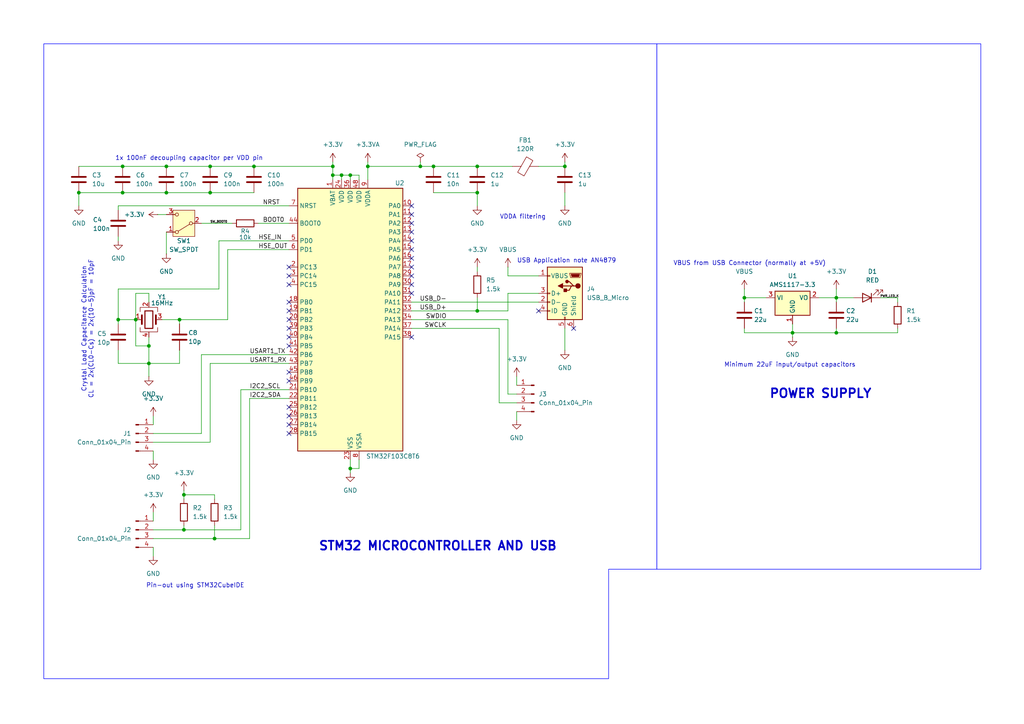
<source format=kicad_sch>
(kicad_sch (version 20250114) (generator "eeschema") (generator_version "9.0")
  (paper "A4")
  (title_block (title "STM32F103C8T6 PCB") (date "2025-10-03") (rev "0.1") (company "UTKARSH KUMAR"))
  (lib_symbols
    (symbol "Connector:Conn_01x04_Pin" (pin_names (offset 1.016) (hide yes))
      (property "Reference" "J" (at 0 5.08 0))
      (property "Value" "Conn_01x04_Pin" (at 0 -7.62 0))
      (symbol "Conn_01x04_Pin_1_1"
        (rectangle (start 0.8636 2.667) (end 0 2.413) (stroke (width 0.1524)) (fill (type outline)))
        (rectangle (start 0.8636 0.127) (end 0 -0.127) (stroke (width 0.1524)) (fill (type outline)))
        (rectangle (start 0.8636 -2.413) (end 0 -2.667) (stroke (width 0.1524)) (fill (type outline)))
        (rectangle (start 0.8636 -4.953) (end 0 -5.207) (stroke (width 0.1524)) (fill (type outline)))
        (polyline (pts (xy 1.27 2.54) (xy 0.8636 2.54)) (stroke (width 0.1524)))
        (polyline (pts (xy 1.27 0) (xy 0.8636 0)) (stroke (width 0.1524)))
        (polyline (pts (xy 1.27 -2.54) (xy 0.8636 -2.54)) (stroke (width 0.1524)))
        (polyline (pts (xy 1.27 -5.08) (xy 0.8636 -5.08)) (stroke (width 0.1524)))
        (pin passive line (at 5.08 2.54 180) (length 3.81) (name "Pin_1") (number "1"))
        (pin passive line (at 5.08 0 180) (length 3.81) (name "Pin_2") (number "2"))
        (pin passive line (at 5.08 -2.54 180) (length 3.81) (name "Pin_3") (number "3"))
        (pin passive line (at 5.08 -5.08 180) (length 3.81) (name "Pin_4") (number "4"))
      )
    )
    (symbol "Connector:USB_B_Micro" (pin_names (offset 1.016))
      (property "Reference" "J" (at -5.08 11.43 0))
      (property "Value" "USB_B_Micro" (at -5.08 8.89 0))
      (symbol "USB_B_Micro_0_1"
        (rectangle (start -5.08 -7.62) (end 5.08 7.62) (stroke (width 0.254)) (fill (type background)))
        (polyline (pts (xy -4.699 5.842) (xy -4.699 5.588) (xy -4.445 4.826) (xy -4.445 4.572) (xy -1.651 4.572) (xy -1.651 4.826) (xy -1.397 5.588) (xy -1.397 5.842) (xy -4.699 5.842)))
        (polyline (pts (xy -4.318 5.588) (xy -1.778 5.588) (xy -2.032 4.826) (xy -4.064 4.826) (xy -4.318 5.588)) (fill (type outline)))
        (circle (center -3.81 2.159) (radius 0.635) (stroke (width 0.254)) (fill (type outline)))
        (polyline (pts (xy -3.175 2.159) (xy -2.54 2.159) (xy -1.27 3.429) (xy -0.635 3.429)) (stroke (width 0.254)))
        (polyline (pts (xy -2.54 2.159) (xy -1.905 2.159) (xy -1.27 0.889) (xy 0 0.889)) (stroke (width 0.254)))
        (polyline (pts (xy -1.905 2.159) (xy 0.635 2.159)) (stroke (width 0.254)))
        (circle (center -0.635 3.429) (radius 0.381) (stroke (width 0.254)) (fill (type outline)))
        (rectangle (start -0.127 -7.62) (end 0.127 -6.858))
        (rectangle (start 0.254 1.27) (end -0.508 0.508) (stroke (width 0.254)) (fill (type outline)))
        (polyline (pts (xy 0.635 2.794) (xy 0.635 1.524) (xy 1.905 2.159) (xy 0.635 2.794)) (stroke (width 0.254)) (fill (type outline)))
        (rectangle (start 5.08 4.953) (end 4.318 5.207))
        (rectangle (start 5.08 -0.127) (end 4.318 0.127))
        (rectangle (start 5.08 -2.667) (end 4.318 -2.413))
        (rectangle (start 5.08 -5.207) (end 4.318 -4.953))
      )
      (symbol "USB_B_Micro_1_1"
        (pin passive line (at -2.54 -10.16 90) (length 2.54) (name "Shield") (number "6"))
        (pin power_out line (at 0 -10.16 90) (length 2.54) (name "GND") (number "5"))
        (pin power_out line (at 7.62 5.08 180) (length 2.54) (name "VBUS") (number "1"))
        (pin bidirectional line (at 7.62 0 180) (length 2.54) (name "D+") (number "3"))
        (pin bidirectional line (at 7.62 -2.54 180) (length 2.54) (name "D-") (number "2"))
        (pin passive line (at 7.62 -5.08 180) (length 2.54) (name "ID") (number "4"))
      )
    )
    (symbol "Device:C" (pin_numbers (hide yes)) (pin_names (offset 0.254))
      (property "Reference" "C" (at 0.635 2.54 0))
      (property "Value" "C" (at 0.635 -2.54 0))
      (symbol "C_0_1"
        (polyline (pts (xy -2.032 0.762) (xy 2.032 0.762)) (stroke (width 0.508)))
        (polyline (pts (xy -2.032 -0.762) (xy 2.032 -0.762)) (stroke (width 0.508)))
      )
      (symbol "C_1_1"
        (pin passive line (at 0 3.81 270) (length 2.794) (name "~") (number "1"))
        (pin passive line (at 0 -3.81 90) (length 2.794) (name "~") (number "2"))
      )
    )
    (symbol "Device:Crystal_GND24" (pin_names (offset 1.016) (hide yes))
      (property "Reference" "Y" (at 3.175 5.08 0))
      (property "Value" "Crystal_GND24" (at 3.175 3.175 0))
      (symbol "Crystal_GND24_0_1"
        (polyline (pts (xy -2.54 2.286) (xy -2.54 3.556) (xy 2.54 3.556) (xy 2.54 2.286)))
        (polyline (pts (xy -2.54 0) (xy -2.032 0)))
        (polyline (pts (xy -2.54 -2.286) (xy -2.54 -3.556) (xy 2.54 -3.556) (xy 2.54 -2.286)))
        (polyline (pts (xy -2.032 -1.27) (xy -2.032 1.27)) (stroke (width 0.508)))
        (rectangle (start -1.143 2.54) (end 1.143 -2.54) (stroke (width 0.3048)))
        (polyline (pts (xy 0 3.556) (xy 0 3.81)))
        (polyline (pts (xy 0 -3.81) (xy 0 -3.556)))
        (polyline (pts (xy 2.032 0) (xy 2.54 0)))
        (polyline (pts (xy 2.032 -1.27) (xy 2.032 1.27)) (stroke (width 0.508)))
      )
      (symbol "Crystal_GND24_1_1"
        (pin passive line (at -3.81 0 0) (length 1.27) (name "1") (number "1"))
        (pin passive line (at 0 5.08 270) (length 1.27) (name "2") (number "2"))
        (pin passive line (at 0 -5.08 90) (length 1.27) (name "4") (number "4"))
        (pin passive line (at 3.81 0 180) (length 1.27) (name "3") (number "3"))
      )
    )
    (symbol "Device:FerriteBead" (pin_numbers (hide yes)) (pin_names (offset 0))
      (property "Reference" "FB" (at -3.81 0.635 90))
      (property "Value" "FerriteBead" (at 3.81 0 90))
      (symbol "FerriteBead_0_1"
        (polyline (pts (xy -2.7686 0.4064) (xy -1.7018 2.2606) (xy 2.7686 -0.3048) (xy 1.6764 -2.159) (xy -2.7686 0.4064)))
        (polyline (pts (xy 0 1.27) (xy 0 1.2954)))
        (polyline (pts (xy 0 -1.27) (xy 0 -1.2192)))
      )
      (symbol "FerriteBead_1_1"
        (pin passive line (at 0 3.81 270) (length 2.54) (name "~") (number "1"))
        (pin passive line (at 0 -3.81 90) (length 2.54) (name "~") (number "2"))
      )
    )
    (symbol "Device:LED" (pin_numbers (hide yes)) (pin_names (offset 1.016) (hide yes))
      (property "Reference" "D" (at 0 2.54 0))
      (property "Value" "LED" (at 0 -2.54 0))
      (symbol "LED_0_1"
        (polyline (pts (xy -3.048 -0.762) (xy -4.572 -2.286) (xy -3.81 -2.286) (xy -4.572 -2.286) (xy -4.572 -1.524)))
        (polyline (pts (xy -1.778 -0.762) (xy -3.302 -2.286) (xy -2.54 -2.286) (xy -3.302 -2.286) (xy -3.302 -1.524)))
        (polyline (pts (xy -1.27 0) (xy 1.27 0)))
        (polyline (pts (xy -1.27 -1.27) (xy -1.27 1.27)) (stroke (width 0.254)))
        (polyline (pts (xy 1.27 -1.27) (xy 1.27 1.27) (xy -1.27 0) (xy 1.27 -1.27)) (stroke (width 0.254)))
      )
      (symbol "LED_1_1"
        (pin passive line (at -3.81 0 0) (length 2.54) (name "K") (number "1"))
        (pin passive line (at 3.81 0 180) (length 2.54) (name "A") (number "2"))
      )
    )
    (symbol "Device:R" (pin_numbers (hide yes)) (pin_names (offset 0))
      (property "Reference" "R" (at 2.032 0 90))
      (property "Value" "R" (at 0 0 90))
      (symbol "R_0_1"
        (rectangle (start -1.016 -2.54) (end 1.016 2.54) (stroke (width 0.254)))
      )
      (symbol "R_1_1"
        (pin passive line (at 0 3.81 270) (length 1.27) (name "~") (number "1"))
        (pin passive line (at 0 -3.81 90) (length 1.27) (name "~") (number "2"))
      )
    )
    (symbol "MCU_ST_STM32F1:STM32F103C8Tx"
      (property "Reference" "U" (at -15.24 39.37 0))
      (property "Value" "STM32F103C8Tx" (at 7.62 39.37 0))
      (symbol "STM32F103C8Tx_0_1"
        (rectangle (start -15.24 -38.1) (end 15.24 38.1) (stroke (width 0.254)) (fill (type background)))
      )
      (symbol "STM32F103C8Tx_1_1"
        (pin input line (at -17.78 33.02 0) (length 2.54) (name "NRST") (number "7"))
        (pin input line (at -17.78 27.94 0) (length 2.54) (name "BOOT0") (number "44"))
        (pin bidirectional line (at -17.78 22.86 0) (length 2.54) (name "PD0") (number "5"))
        (pin bidirectional line (at -17.78 20.32 0) (length 2.54) (name "PD1") (number "6"))
        (pin bidirectional line (at -17.78 15.24 0) (length 2.54) (name "PC13") (number "2"))
        (pin bidirectional line (at -17.78 12.7 0) (length 2.54) (name "PC14") (number "3"))
        (pin bidirectional line (at -17.78 10.16 0) (length 2.54) (name "PC15") (number "4"))
        (pin bidirectional line (at -17.78 5.08 0) (length 2.54) (name "PB0") (number "18"))
        (pin bidirectional line (at -17.78 2.54 0) (length 2.54) (name "PB1") (number "19"))
        (pin bidirectional line (at -17.78 0 0) (length 2.54) (name "PB2") (number "20"))
        (pin bidirectional line (at -17.78 -2.54 0) (length 2.54) (name "PB3") (number "39"))
        (pin bidirectional line (at -17.78 -5.08 0) (length 2.54) (name "PB4") (number "40"))
        (pin bidirectional line (at -17.78 -7.62 0) (length 2.54) (name "PB5") (number "41"))
        (pin bidirectional line (at -17.78 -10.16 0) (length 2.54) (name "PB6") (number "42"))
        (pin bidirectional line (at -17.78 -12.7 0) (length 2.54) (name "PB7") (number "43"))
        (pin bidirectional line (at -17.78 -15.24 0) (length 2.54) (name "PB8") (number "45"))
        (pin bidirectional line (at -17.78 -17.78 0) (length 2.54) (name "PB9") (number "46"))
        (pin bidirectional line (at -17.78 -20.32 0) (length 2.54) (name "PB10") (number "21"))
        (pin bidirectional line (at -17.78 -22.86 0) (length 2.54) (name "PB11") (number "22"))
        (pin bidirectional line (at -17.78 -25.4 0) (length 2.54) (name "PB12") (number "25"))
        (pin bidirectional line (at -17.78 -27.94 0) (length 2.54) (name "PB13") (number "26"))
        (pin bidirectional line (at -17.78 -30.48 0) (length 2.54) (name "PB14") (number "27"))
        (pin bidirectional line (at -17.78 -33.02 0) (length 2.54) (name "PB15") (number "28"))
        (pin power_in line (at -5.08 40.64 270) (length 2.54) (name "VBAT") (number "1"))
        (pin power_in line (at -2.54 40.64 270) (length 2.54) (name "VDD") (number "24"))
        (pin power_in line (at 0 40.64 270) (length 2.54) (name "VDD") (number "36"))
        (pin power_in line (at 0 -40.64 90) (length 2.54) (name "VSS") (number "23"))
        (pin passive line (at 0 -40.64 90) (length 2.54) (hide yes) (name "VSS") (number "35"))
        (pin passive line (at 0 -40.64 90) (length 2.54) (hide yes) (name "VSS") (number "47"))
        (pin power_in line (at 2.54 40.64 270) (length 2.54) (name "VDD") (number "48"))
        (pin power_in line (at 2.54 -40.64 90) (length 2.54) (name "VSSA") (number "8"))
        (pin power_in line (at 5.08 40.64 270) (length 2.54) (name "VDDA") (number "9"))
        (pin bidirectional line (at 17.78 33.02 180) (length 2.54) (name "PA0") (number "10"))
        (pin bidirectional line (at 17.78 30.48 180) (length 2.54) (name "PA1") (number "11"))
        (pin bidirectional line (at 17.78 27.94 180) (length 2.54) (name "PA2") (number "12"))
        (pin bidirectional line (at 17.78 25.4 180) (length 2.54) (name "PA3") (number "13"))
        (pin bidirectional line (at 17.78 22.86 180) (length 2.54) (name "PA4") (number "14"))
        (pin bidirectional line (at 17.78 20.32 180) (length 2.54) (name "PA5") (number "15"))
        (pin bidirectional line (at 17.78 17.78 180) (length 2.54) (name "PA6") (number "16"))
        (pin bidirectional line (at 17.78 15.24 180) (length 2.54) (name "PA7") (number "17"))
        (pin bidirectional line (at 17.78 12.7 180) (length 2.54) (name "PA8") (number "29"))
        (pin bidirectional line (at 17.78 10.16 180) (length 2.54) (name "PA9") (number "30"))
        (pin bidirectional line (at 17.78 7.62 180) (length 2.54) (name "PA10") (number "31"))
        (pin bidirectional line (at 17.78 5.08 180) (length 2.54) (name "PA11") (number "32"))
        (pin bidirectional line (at 17.78 2.54 180) (length 2.54) (name "PA12") (number "33"))
        (pin bidirectional line (at 17.78 0 180) (length 2.54) (name "PA13") (number "34"))
        (pin bidirectional line (at 17.78 -2.54 180) (length 2.54) (name "PA14") (number "37"))
        (pin bidirectional line (at 17.78 -5.08 180) (length 2.54) (name "PA15") (number "38"))
      )
    )
    (symbol "Regulator_Linear:AMS1117-3.3"
      (property "Reference" "U" (at -3.81 3.175 0))
      (property "Value" "AMS1117-3.3" (at 0 3.175 0))
      (symbol "AMS1117-3.3_0_1"
        (rectangle (start -5.08 -5.08) (end 5.08 1.905) (stroke (width 0.254)) (fill (type background)))
      )
      (symbol "AMS1117-3.3_1_1"
        (pin power_in line (at -7.62 0 0) (length 2.54) (name "VI") (number "3"))
        (pin power_in line (at 0 -7.62 90) (length 2.54) (name "GND") (number "1"))
        (pin power_out line (at 7.62 0 180) (length 2.54) (name "VO") (number "2"))
      )
    )
    (symbol "Switch:SW_SPDT" (pin_names (offset 0) (hide yes))
      (property "Reference" "SW" (at 0 5.08 0))
      (property "Value" "SW_SPDT" (at 0 -5.08 0))
      (symbol "SW_SPDT_0_1"
        (circle (center -2.032 0) (radius 0.4572))
        (polyline (pts (xy -1.651 0.254) (xy 1.651 2.286)))
        (circle (center 2.032 2.54) (radius 0.4572))
        (circle (center 2.032 -2.54) (radius 0.4572))
      )
      (symbol "SW_SPDT_1_1"
        (rectangle (start -3.175 3.81) (end 3.175 -3.81) (fill (type background)))
        (pin passive line (at -5.08 0 0) (length 2.54) (name "B") (number "2"))
        (pin passive line (at 5.08 2.54 180) (length 2.54) (name "A") (number "1"))
        (pin passive line (at 5.08 -2.54 180) (length 2.54) (name "C") (number "3"))
      )
    )
    (symbol "power:+3.3V" (power) (pin_numbers (hide yes)) (pin_names (offset 0) (hide yes))
      (property "Value" "+3.3V" (at 0 3.556 0))
      (symbol "+3.3V_0_1"
        (polyline (pts (xy -0.762 1.27) (xy 0 2.54)))
        (polyline (pts (xy 0 2.54) (xy 0.762 1.27)))
        (polyline (pts (xy 0 0) (xy 0 2.54)))
      )
      (symbol "+3.3V_1_1"
        (pin power_in line (at 0 0 90) (length 0) (name "~") (number "1"))
      )
    )
    (symbol "power:GND" (power) (pin_numbers (hide yes)) (pin_names (offset 0) (hide yes))
      (property "Value" "GND" (at 0 -3.81 0))
      (symbol "GND_0_1"
        (polyline (pts (xy 0 0) (xy 0 -1.27) (xy 1.27 -1.27) (xy 0 -2.54) (xy -1.27 -1.27) (xy 0 -1.27)))
      )
      (symbol "GND_1_1"
        (pin power_in line (at 0 0 270) (length 0) (name "~") (number "1"))
      )
    )
    (symbol "power:PWR_FLAG" (power) (pin_numbers (hide yes)) (pin_names (offset 0) (hide yes))
      (property "Value" "PWR_FLAG" (at 0 3.81 0))
      (symbol "PWR_FLAG_0_0"
        (pin power_out line (at 0 0 90) (length 0) (name "~") (number "1"))
      )
      (symbol "PWR_FLAG_0_1"
        (polyline (pts (xy 0 0) (xy 0 1.27) (xy -1.016 1.905) (xy 0 2.54) (xy 1.016 1.905) (xy 0 1.27)))
      )
    )
    (symbol "power:VBUS" (power) (pin_numbers (hide yes)) (pin_names (offset 0) (hide yes))
      (property "Value" "VBUS" (at 0 3.556 0))
      (symbol "VBUS_0_1"
        (polyline (pts (xy -0.762 1.27) (xy 0 2.54)))
        (polyline (pts (xy 0 2.54) (xy 0.762 1.27)))
        (polyline (pts (xy 0 0) (xy 0 2.54)))
      )
      (symbol "VBUS_1_1"
        (pin power_in line (at 0 0 90) (length 0) (name "~") (number "1"))
      )
    )
  )
  (text "Pin-out using STM32CubeIDE" (at 56.642 169.926 0) (effects (font (size 1.27 1.27))))
  (text "VBUS from USB Connector (normally at +5V)" (at 217.424 76.454 0) (effects (font (size 1.27 1.27))))
  (text "VDDA filtering" (at 151.638 62.992 0) (effects (font (size 1.27 1.27))))
  (text "USB Application note AN4879" (at 164.338 75.692 0) (effects (font (size 1.27 1.27))))
  (text "Minimum 22uF input/output capacitors" (at 229.108 105.918 0) (effects (font (size 1.27 1.27))))
  (text "Crystal Load Capacitance Calculation\nCL = 2x(CL0-Cs) = 2x(10-5)pF = 10pF" (at 25.4 95.504 90) (effects (font (size 1.27 1.27))))
  (text "POWER SUPPLY" (at 237.998 114.3 0) (effects (font (size 2.54 2.54) (thickness 0.508) (bold yes))))
  (text "1x 100nF decoupling capacitor per VDD pin" (at 54.864 45.974 0) (effects (font (size 1.27 1.27))))
  (text "STM32 MICROCONTROLLER AND USB" (at 127 158.496 0) (effects (font (size 2.54 2.54) (thickness 0.508) (bold yes))))
  (junction (at 43.18 100.33))
  (junction (at 34.29 92.71))
  (junction (at 242.57 96.52))
  (junction (at 163.83 48.26))
  (junction (at 106.68 48.26))
  (junction (at 96.52 48.26))
  (junction (at 73.66 48.26))
  (junction (at 101.6 135.89))
  (junction (at 53.34 153.67))
  (junction (at 22.86 55.88))
  (junction (at 138.43 55.88))
  (junction (at 43.18 105.41))
  (junction (at 60.96 55.88))
  (junction (at 35.56 55.88))
  (junction (at 101.6 50.8))
  (junction (at 62.23 156.21))
  (junction (at 121.92 48.26))
  (junction (at 229.87 96.52))
  (junction (at 52.07 92.71))
  (junction (at 35.56 48.26))
  (junction (at 242.57 86.36))
  (junction (at 96.52 50.8))
  (junction (at 99.06 50.8))
  (junction (at 39.37 92.71))
  (junction (at 138.43 90.17))
  (junction (at 215.9 86.36))
  (junction (at 138.43 48.26))
  (junction (at 53.34 143.51))
  (junction (at 60.96 48.26))
  (junction (at 125.73 48.26))
  (junction (at 48.26 48.26))
  (junction (at 48.26 55.88))
  (no_connect (at 83.82 80.01))
  (no_connect (at 83.82 123.19))
  (no_connect (at 83.82 120.65))
  (no_connect (at 119.38 74.93))
  (no_connect (at 83.82 77.47))
  (no_connect (at 119.38 67.31))
  (no_connect (at 83.82 118.11))
  (no_connect (at 83.82 82.55))
  (no_connect (at 83.82 110.49))
  (no_connect (at 119.38 82.55))
  (no_connect (at 83.82 90.17))
  (no_connect (at 119.38 80.01))
  (no_connect (at 166.37 95.25))
  (no_connect (at 119.38 97.79))
  (no_connect (at 83.82 95.25))
  (no_connect (at 119.38 85.09))
  (no_connect (at 119.38 77.47))
  (no_connect (at 83.82 92.71))
  (no_connect (at 119.38 59.69))
  (no_connect (at 119.38 64.77))
  (no_connect (at 83.82 107.95))
  (no_connect (at 83.82 97.79))
  (no_connect (at 156.21 90.17))
  (no_connect (at 119.38 72.39))
  (no_connect (at 83.82 125.73))
  (no_connect (at 83.82 87.63))
  (no_connect (at 119.38 69.85))
  (no_connect (at 83.82 100.33))
  (no_connect (at 119.38 62.23))
  (wire (pts (xy 60.96 105.41) (xy 83.82 105.41)))
  (wire (pts (xy 125.73 55.88) (xy 138.43 55.88)))
  (wire (pts (xy 138.43 77.47) (xy 138.43 78.74)))
  (wire (pts (xy 104.14 135.89) (xy 101.6 135.89)))
  (wire (pts (xy 106.68 48.26) (xy 106.68 52.07)))
  (wire (pts (xy 106.68 48.26) (xy 121.92 48.26)))
  (wire (pts (xy 66.04 92.71) (xy 66.04 72.39)))
  (wire (pts (xy 149.86 109.22) (xy 149.86 111.76)))
  (wire (pts (xy 72.39 115.57) (xy 83.82 115.57)))
  (wire (pts (xy 43.18 97.79) (xy 43.18 100.33)))
  (wire (pts (xy 44.45 153.67) (xy 53.34 153.67)))
  (wire (pts (xy 60.96 105.41) (xy 60.96 128.27)))
  (wire (pts (xy 242.57 96.52) (xy 229.87 96.52)))
  (wire (pts (xy 62.23 152.4) (xy 62.23 156.21)))
  (wire (pts (xy 44.45 148.59) (xy 44.45 151.13)))
  (wire (pts (xy 58.42 102.87) (xy 83.82 102.87)))
  (wire (pts (xy 119.38 92.71) (xy 147.32 92.71)))
  (wire (pts (xy 147.32 77.47) (xy 147.32 80.01)))
  (wire (pts (xy 44.45 128.27) (xy 60.96 128.27)))
  (wire (pts (xy 242.57 86.36) (xy 237.49 86.36)))
  (wire (pts (xy 63.5 83.82) (xy 63.5 69.85)))
  (wire (pts (xy 156.21 48.26) (xy 163.83 48.26)))
  (wire (pts (xy 163.83 46.99) (xy 163.83 48.26)))
  (wire (pts (xy 69.85 113.03) (xy 83.82 113.03)))
  (wire (pts (xy 39.37 100.33) (xy 43.18 100.33)))
  (wire (pts (xy 43.18 100.33) (xy 43.18 105.41)))
  (wire (pts (xy 43.18 105.41) (xy 52.07 105.41)))
  (wire (pts (xy 66.04 92.71) (xy 52.07 92.71)))
  (wire (pts (xy 215.9 83.82) (xy 215.9 86.36)))
  (wire (pts (xy 163.83 95.25) (xy 163.83 101.6)))
  (wire (pts (xy 34.29 59.69) (xy 83.82 59.69)))
  (wire (pts (xy 73.66 48.26) (xy 96.52 48.26)))
  (wire (pts (xy 147.32 85.09) (xy 147.32 90.17)))
  (wire (pts (xy 242.57 87.63) (xy 242.57 86.36)))
  (wire (pts (xy 215.9 86.36) (xy 215.9 87.63)))
  (wire (pts (xy 156.21 85.09) (xy 147.32 85.09)))
  (wire (pts (xy 63.5 69.85) (xy 83.82 69.85)))
  (wire (pts (xy 43.18 85.09) (xy 39.37 85.09)))
  (wire (pts (xy 35.56 48.26) (xy 48.26 48.26)))
  (wire (pts (xy 144.78 116.84) (xy 149.86 116.84)))
  (wire (pts (xy 43.18 87.63) (xy 43.18 85.09)))
  (wire (pts (xy 242.57 86.36) (xy 247.65 86.36)))
  (wire (pts (xy 52.07 105.41) (xy 52.07 101.6)))
  (wire (pts (xy 44.45 130.81) (xy 44.45 133.35)))
  (wire (pts (xy 34.29 101.6) (xy 34.29 105.41)))
  (wire (pts (xy 96.52 48.26) (xy 96.52 50.8)))
  (wire (pts (xy 48.26 55.88) (xy 60.96 55.88)))
  (wire (pts (xy 35.56 55.88) (xy 48.26 55.88)))
  (wire (pts (xy 58.42 64.77) (xy 67.31 64.77)))
  (wire (pts (xy 104.14 50.8) (xy 101.6 50.8)))
  (wire (pts (xy 101.6 133.35) (xy 101.6 135.89)))
  (wire (pts (xy 96.52 50.8) (xy 96.52 52.07)))
  (wire (pts (xy 101.6 135.89) (xy 101.6 137.16)))
  (wire (pts (xy 260.35 96.52) (xy 242.57 96.52)))
  (wire (pts (xy 147.32 80.01) (xy 156.21 80.01)))
  (wire (pts (xy 149.86 114.3) (xy 147.32 114.3)))
  (wire (pts (xy 22.86 48.26) (xy 35.56 48.26)))
  (wire (pts (xy 229.87 93.98) (xy 229.87 96.52)))
  (wire (pts (xy 34.29 83.82) (xy 63.5 83.82)))
  (wire (pts (xy 99.06 52.07) (xy 99.06 50.8)))
  (wire (pts (xy 44.45 120.65) (xy 44.45 123.19)))
  (wire (pts (xy 121.92 46.99) (xy 121.92 48.26)))
  (wire (pts (xy 62.23 143.51) (xy 53.34 143.51)))
  (wire (pts (xy 44.45 158.75) (xy 44.45 161.29)))
  (wire (pts (xy 34.29 60.96) (xy 34.29 59.69)))
  (wire (pts (xy 44.45 156.21) (xy 62.23 156.21)))
  (wire (pts (xy 44.45 125.73) (xy 58.42 125.73)))
  (wire (pts (xy 45.72 62.23) (xy 48.26 62.23)))
  (wire (pts (xy 60.96 48.26) (xy 73.66 48.26)))
  (wire (pts (xy 99.06 50.8) (xy 96.52 50.8)))
  (wire (pts (xy 163.83 55.88) (xy 163.83 59.69)))
  (wire (pts (xy 104.14 133.35) (xy 104.14 135.89)))
  (wire (pts (xy 60.96 55.88) (xy 73.66 55.88)))
  (wire (pts (xy 106.68 46.99) (xy 106.68 48.26)))
  (wire (pts (xy 138.43 48.26) (xy 148.59 48.26)))
  (wire (pts (xy 72.39 156.21) (xy 72.39 115.57)))
  (wire (pts (xy 260.35 86.36) (xy 260.35 87.63)))
  (wire (pts (xy 22.86 55.88) (xy 22.86 59.69)))
  (wire (pts (xy 39.37 85.09) (xy 39.37 92.71)))
  (wire (pts (xy 34.29 92.71) (xy 34.29 83.82)))
  (wire (pts (xy 52.07 93.98) (xy 52.07 92.71)))
  (wire (pts (xy 53.34 153.67) (xy 69.85 153.67)))
  (wire (pts (xy 242.57 83.82) (xy 242.57 86.36)))
  (wire (pts (xy 48.26 67.31) (xy 48.26 73.66)))
  (wire (pts (xy 58.42 102.87) (xy 58.42 125.73)))
  (wire (pts (xy 260.35 95.25) (xy 260.35 96.52)))
  (wire (pts (xy 138.43 90.17) (xy 147.32 90.17)))
  (wire (pts (xy 48.26 48.26) (xy 60.96 48.26)))
  (wire (pts (xy 215.9 96.52) (xy 229.87 96.52)))
  (wire (pts (xy 121.92 48.26) (xy 125.73 48.26)))
  (wire (pts (xy 144.78 116.84) (xy 144.78 95.25)))
  (wire (pts (xy 104.14 52.07) (xy 104.14 50.8)))
  (wire (pts (xy 62.23 156.21) (xy 72.39 156.21)))
  (wire (pts (xy 22.86 55.88) (xy 35.56 55.88)))
  (wire (pts (xy 147.32 114.3) (xy 147.32 92.71)))
  (wire (pts (xy 69.85 113.03) (xy 69.85 153.67)))
  (wire (pts (xy 149.86 119.38) (xy 149.86 121.92)))
  (wire (pts (xy 119.38 95.25) (xy 144.78 95.25)))
  (wire (pts (xy 34.29 93.98) (xy 34.29 92.71)))
  (wire (pts (xy 215.9 95.25) (xy 215.9 96.52)))
  (wire (pts (xy 53.34 152.4) (xy 53.34 153.67)))
  (wire (pts (xy 229.87 96.52) (xy 229.87 97.79)))
  (wire (pts (xy 101.6 50.8) (xy 99.06 50.8)))
  (wire (pts (xy 53.34 142.24) (xy 53.34 143.51)))
  (wire (pts (xy 34.29 68.58) (xy 34.29 69.85)))
  (wire (pts (xy 125.73 48.26) (xy 138.43 48.26)))
  (wire (pts (xy 222.25 86.36) (xy 215.9 86.36)))
  (wire (pts (xy 53.34 143.51) (xy 53.34 144.78)))
  (wire (pts (xy 39.37 92.71) (xy 39.37 100.33)))
  (wire (pts (xy 96.52 46.99) (xy 96.52 48.26)))
  (wire (pts (xy 138.43 55.88) (xy 138.43 59.69)))
  (wire (pts (xy 46.99 92.71) (xy 52.07 92.71)))
  (wire (pts (xy 34.29 92.71) (xy 39.37 92.71)))
  (wire (pts (xy 138.43 86.36) (xy 138.43 90.17)))
  (wire (pts (xy 43.18 105.41) (xy 43.18 109.22)))
  (wire (pts (xy 74.93 64.77) (xy 83.82 64.77)))
  (wire (pts (xy 255.27 86.36) (xy 260.35 86.36)))
  (wire (pts (xy 119.38 87.63) (xy 156.21 87.63)))
  (wire (pts (xy 34.29 105.41) (xy 43.18 105.41)))
  (wire (pts (xy 119.38 90.17) (xy 138.43 90.17)))
  (wire (pts (xy 101.6 52.07) (xy 101.6 50.8)))
  (wire (pts (xy 62.23 144.78) (xy 62.23 143.51)))
  (wire (pts (xy 242.57 95.25) (xy 242.57 96.52)))
  (wire (pts (xy 66.04 72.39) (xy 83.82 72.39)))
  (label "PWR_LED_K" (at 255.27 86.36 0) (effects (font (size 0.63 0.63))))
  (label "USART1_TX" (at 72.39 102.87 0))
  (label "HSE_IN" (at 74.93 69.85 0))
  (label "BOOT0" (at 76.2 64.77 0))
  (label "I2C2_SCL" (at 72.39 113.03 0))
  (label "SW_BOOT0" (at 60.96 64.77 0) (effects (font (size 0.63 0.63))))
  (label "I2C2_SDA" (at 72.39 115.57 0))
  (label "USART1_RX" (at 72.39 105.41 0))
  (label "SWCLK" (at 129.54 95.25 180))
  (label "USB_D+" (at 129.54 90.17 180))
  (label "USB_D-" (at 129.54 87.63 180))
  (label "HSE_OUT" (at 74.93 72.39 0))
  (label "NRST" (at 76.2 59.69 0))
  (label "SWDIO" (at 129.54 92.71 180))
  (rule_area (polyline (pts (xy 190.5 165.1) (xy 284.48 165.1) (xy 284.48 12.7) (xy 190.5 12.7)) (stroke (width 0) (color 0 0 255 1))))
  (rule_area (polyline (pts (xy 12.7 196.85) (xy 176.53 196.85) (xy 176.53 165.1) (xy 190.5 165.1) (xy 190.5 12.7) (xy 12.7 12.7)) (stroke (width 0) (color 0 0 255 1))))
  (symbol (lib_id "Device:R") (at 62.23 148.59 0) (unit 1)
    (property "Reference" "R3" (at 64.77 147.3199 0) (effects (justify left)))
    (property "Value" "1.5k" (at 64.77 149.8599 0) (effects (justify left)))
    (property "Footprint" "Resistor_SMD:R_0402_1005Metric" (effects (hide yes)))
    (property "Description" "Resistor" (effects (hide yes)))
  )
  (symbol (lib_id "power:+3.3V") (at 149.86 109.22 0) (unit 1)
    (property "Reference" "#PWR020" (effects (hide yes)))
    (property "Value" "+3.3V" (at 149.86 104.14 0))
    (property "Description" "Power symbol creates a global label with name \"+3.3V\"" (effects (hide yes)))
  )
  (symbol (lib_id "Device:C") (at 73.66 52.07 0) (unit 1)
    (property "Reference" "C10" (at 77.47 50.7999 0) (effects (justify left)))
    (property "Value" "100n" (at 77.47 53.3399 0) (effects (justify left)))
    (property "Footprint" "Capacitor_SMD:C_0402_1005Metric" (effects (hide yes)))
    (property "Description" "Unpolarized capacitor" (effects (hide yes)))
  )
  (symbol (lib_id "Device:C") (at 52.07 97.79 0) (unit 1)
    (property "Reference" "C8" (at 54.61 96.52 0) (effects (justify left)))
    (property "Value" "10p" (at 54.61 99.06 0) (effects (justify left)))
    (property "Footprint" "Capacitor_SMD:C_0402_1005Metric" (effects (hide yes)))
    (property "Description" "Unpolarized capacitor" (effects (hide yes)))
  )
  (symbol (lib_id "power:GND") (at 138.43 59.69 0) (unit 1)
    (property "Reference" "#PWR017" (effects (hide yes)))
    (property "Value" "GND" (at 138.43 64.77 0))
    (property "Description" "Power symbol creates a global label with name \"GND\" , ground" (effects (hide yes)))
  )
  (symbol (lib_id "power:GND") (at 229.87 97.79 0) (unit 1)
    (property "Reference" "#PWR02" (effects (hide yes)))
    (property "Value" "GND" (at 229.87 102.87 0))
    (property "Description" "Power symbol creates a global label with name \"GND\" , ground" (effects (hide yes)))
  )
  (symbol (lib_id "Connector:Conn_01x04_Pin") (at 154.94 114.3 0) (mirror y) (unit 1)
    (property "Reference" "J3" (at 156.21 114.2999 0) (effects (justify right)))
    (property "Value" "Conn_01x04_Pin" (at 156.21 116.8399 0) (effects (justify right)))
    (property "Footprint" "Connector_PinHeader_2.54mm:PinHeader_1x04_P2.54mm_Vertical" (effects (hide yes)))
    (property "Description" "Generic connector, single row, 01x04, script generated" (effects (hide yes)))
  )
  (symbol (lib_id "power:GND") (at 101.6 137.16 0) (unit 1)
    (property "Reference" "#PWR015" (effects (hide yes)))
    (property "Value" "GND" (at 101.6 142.24 0))
    (property "Description" "Power symbol creates a global label with name \"GND\" , ground" (effects (hide yes)))
  )
  (symbol (lib_id "power:+3.3V") (at 106.68 46.99 0) (unit 1)
    (property "Reference" "#PWR016" (effects (hide yes)))
    (property "Value" "+3.3VA" (at 106.68 41.91 0))
    (property "Description" "Power symbol creates a global label with name \"+3.3V\"" (effects (hide yes)))
  )
  (symbol (lib_id "Device:R") (at 260.35 91.44 0) (unit 1)
    (property "Reference" "R1" (at 262.89 90.1699 0) (effects (justify left)))
    (property "Value" "1.5k" (at 262.89 92.7099 0) (effects (justify left)))
    (property "Footprint" "Resistor_SMD:R_0402_1005Metric" (effects (hide yes)))
    (property "Description" "Resistor" (effects (hide yes)))
  )
  (symbol (lib_id "MCU_ST_STM32F1:STM32F103C8Tx") (at 101.6 92.71 0) (unit 1)
    (property "Reference" "U2" (at 114.554 53.086 0) (effects (justify left)))
    (property "Value" "STM32F103C8T6" (at 106.172 132.334 0) (effects (justify left)))
    (property "Footprint" "Package_QFP:LQFP-48_7x7mm_P0.5mm" (effects (hide yes)))
    (property "Datasheet" "https://www.st.com/resource/en/datasheet/stm32f103c8.pdf" (effects (hide yes)))
    (property "Description" "STMicroelectronics Arm Cortex-M3 MCU, 64KB flash, 20KB RAM, 72 MHz, 2.0-3.6V, 37 GPIO, LQFP48" (effects (hide yes)))
  )
  (symbol (lib_id "Device:R") (at 53.34 148.59 0) (unit 1)
    (property "Reference" "R2" (at 55.88 147.3199 0) (effects (justify left)))
    (property "Value" "1.5k" (at 55.88 149.8599 0) (effects (justify left)))
    (property "Footprint" "Resistor_SMD:R_0402_1005Metric" (effects (hide yes)))
    (property "Description" "Resistor" (effects (hide yes)))
  )
  (symbol (lib_id "Connector:USB_B_Micro") (at 163.83 85.09 0) (mirror y) (unit 1)
    (property "Reference" "J4" (at 170.18 83.8199 0) (effects (justify right)))
    (property "Value" "USB_B_Micro" (at 170.18 86.3599 0) (effects (justify right)))
    (property "Footprint" "Connector_USB:USB_Micro-B_Wuerth_629105150521" (effects (hide yes)))
    (property "Description" "USB Micro Type B connector" (effects (hide yes)))
  )
  (symbol (lib_id "power:+3.3V") (at 242.57 83.82 0) (unit 1)
    (property "Reference" "#PWR03" (effects (hide yes)))
    (property "Value" "+3.3V" (at 242.57 78.74 0))
    (property "Description" "Power symbol creates a global label with name \"+3.3V\"" (effects (hide yes)))
  )
  (symbol (lib_id "power:+3.3V") (at 45.72 62.23 90) (unit 1)
    (property "Reference" "#PWR011" (effects (hide yes)))
    (property "Value" "+3.3V" (at 41.91 62.2299 90) (effects (justify left)))
    (property "Description" "Power symbol creates a global label with name \"+3.3V\"" (effects (hide yes)))
  )
  (symbol (lib_id "power:GND") (at 163.83 59.69 0) (unit 1)
    (property "Reference" "#PWR023" (effects (hide yes)))
    (property "Value" "GND" (at 163.83 64.77 0))
    (property "Description" "Power symbol creates a global label with name \"GND\" , ground" (effects (hide yes)))
  )
  (symbol (lib_id "Device:Crystal_GND24") (at 43.18 92.71 0) (unit 1)
    (property "Reference" "Y1" (at 46.99 86.106 0))
    (property "Value" "16MHz" (at 46.99 87.884 0))
    (property "Footprint" "Crystal:Crystal_SMD_3225-4Pin_3.2x2.5mm" (effects (hide yes)))
    (property "Description" "Four pin crystal, GND on pins 2 and 4" (effects (hide yes)))
  )
  (symbol (lib_id "Device:C") (at 138.43 52.07 0) (unit 1)
    (property "Reference" "C12" (at 142.24 50.7999 0) (effects (justify left)))
    (property "Value" "1u" (at 142.24 53.3399 0) (effects (justify left)))
    (property "Footprint" "Capacitor_SMD:C_0402_1005Metric" (effects (hide yes)))
    (property "Description" "Unpolarized capacitor" (effects (hide yes)))
  )
  (symbol (lib_id "Device:C") (at 22.86 52.07 0) (unit 1)
    (property "Reference" "C3" (at 26.67 50.7999 0) (effects (justify left)))
    (property "Value" "10u" (at 26.67 53.3399 0) (effects (justify left)))
    (property "Footprint" "Capacitor_SMD:C_0603_1608Metric" (effects (hide yes)))
    (property "Description" "Unpolarized capacitor" (effects (hide yes)))
  )
  (symbol (lib_id "power:+3.3V") (at 138.43 77.47 0) (unit 1)
    (property "Reference" "#PWR018" (effects (hide yes)))
    (property "Value" "+3.3V" (at 138.43 72.39 0))
    (property "Description" "Power symbol creates a global label with name \"+3.3V\"" (effects (hide yes)))
  )
  (symbol (lib_id "Device:C") (at 60.96 52.07 0) (unit 1)
    (property "Reference" "C9" (at 64.77 50.7999 0) (effects (justify left)))
    (property "Value" "100n" (at 64.77 53.3399 0) (effects (justify left)))
    (property "Footprint" "Capacitor_SMD:C_0402_1005Metric" (effects (hide yes)))
    (property "Description" "Unpolarized capacitor" (effects (hide yes)))
  )
  (symbol (lib_id "Device:C") (at 34.29 64.77 0) (unit 1)
    (property "Reference" "C4" (at 26.924 63.754 0) (effects (justify left)))
    (property "Value" "100n" (at 26.924 66.294 0) (effects (justify left)))
    (property "Footprint" "Capacitor_SMD:C_0402_1005Metric" (effects (hide yes)))
    (property "Description" "Unpolarized capacitor" (effects (hide yes)))
  )
  (symbol (lib_id "power:GND") (at 22.86 59.69 0) (unit 1)
    (property "Reference" "#PWR04" (effects (hide yes)))
    (property "Value" "GND" (at 22.86 64.77 0))
    (property "Description" "Power symbol creates a global label with name \"GND\" , ground" (effects (hide yes)))
  )
  (symbol (lib_id "Device:R") (at 71.12 64.77 90) (unit 1)
    (property "Reference" "R4" (at 71.12 67.056 90))
    (property "Value" "10k" (at 71.12 68.834 90))
    (property "Footprint" "Resistor_SMD:R_0402_1005Metric" (effects (hide yes)))
    (property "Description" "Resistor" (effects (hide yes)))
  )
  (symbol (lib_id "power:+3.3V") (at 44.45 120.65 0) (unit 1)
    (property "Reference" "#PWR07" (effects (hide yes)))
    (property "Value" "+3.3V" (at 44.45 115.57 0))
    (property "Description" "Power symbol creates a global label with name \"+3.3V\"" (effects (hide yes)))
  )
  (symbol (lib_id "Regulator_Linear:AMS1117-3.3") (at 229.87 86.36 0) (unit 1)
    (property "Reference" "U1" (at 229.87 80.01 0))
    (property "Value" "AMS1117-3.3" (at 229.87 82.55 0))
    (property "Footprint" "Package_TO_SOT_SMD:SOT-223-3_TabPin2" (effects (hide yes)))
    (property "Datasheet" "http://www.advanced-monolithic.com/pdf/ds1117.pdf" (effects (hide yes)))
    (property "Description" "1A Low Dropout regulator, positive, 3.3V fixed output, SOT-223" (effects (hide yes)))
  )
  (symbol (lib_id "power:GND") (at 43.18 109.22 0) (unit 1)
    (property "Reference" "#PWR06" (effects (hide yes)))
    (property "Value" "GND" (at 43.18 114.3 0))
    (property "Description" "Power symbol creates a global label with name \"GND\" , ground" (effects (hide yes)))
  )
  (symbol (lib_id "Switch:SW_SPDT") (at 53.34 64.77 180) (unit 1)
    (property "Reference" "SW1" (at 53.34 69.85 0))
    (property "Value" "SW_SPDT" (at 53.34 72.39 0))
    (property "Footprint" "Button_Switch_THT:SW_E-Switch_EG1224_SPDT_Angled" (effects (hide yes)))
    (property "Description" "Switch, single pole double throw" (effects (hide yes)))
  )
  (symbol (lib_id "Device:R") (at 138.43 82.55 0) (unit 1)
    (property "Reference" "R5" (at 140.97 81.2799 0) (effects (justify left)))
    (property "Value" "1.5k" (at 140.97 83.8199 0) (effects (justify left)))
    (property "Footprint" "Resistor_SMD:R_0402_1005Metric" (effects (hide yes)))
    (property "Description" "Resistor" (effects (hide yes)))
  )
  (symbol (lib_id "Device:C") (at 215.9 91.44 0) (unit 1)
    (property "Reference" "C1" (at 218.694 90.17 0) (effects (justify left)))
    (property "Value" "22u" (at 218.694 92.71 0) (effects (justify left)))
    (property "Footprint" "Capacitor_SMD:C_0805_2012Metric" (effects (hide yes)))
    (property "Description" "Unpolarized capacitor" (effects (hide yes)))
  )
  (symbol (lib_id "power:GND") (at 44.45 161.29 0) (unit 1)
    (property "Reference" "#PWR010" (effects (hide yes)))
    (property "Value" "GND" (at 44.45 166.37 0))
    (property "Description" "Power symbol creates a global label with name \"GND\" , ground" (effects (hide yes)))
  )
  (symbol (lib_id "Connector:Conn_01x04_Pin") (at 39.37 125.73 0) (unit 1)
    (property "Reference" "J1" (at 38.1 125.7299 0) (effects (justify right)))
    (property "Value" "Conn_01x04_Pin" (at 38.1 128.2699 0) (effects (justify right)))
    (property "Footprint" "Connector_PinHeader_2.54mm:PinHeader_1x04_P2.54mm_Vertical" (effects (hide yes)))
    (property "Description" "Generic connector, single row, 01x04, script generated" (effects (hide yes)))
  )
  (symbol (lib_id "power:GND") (at 44.45 133.35 0) (unit 1)
    (property "Reference" "#PWR08" (effects (hide yes)))
    (property "Value" "GND" (at 44.45 138.43 0))
    (property "Description" "Power symbol creates a global label with name \"GND\" , ground" (effects (hide yes)))
  )
  (symbol (lib_id "Device:C") (at 35.56 52.07 0) (unit 1)
    (property "Reference" "C6" (at 39.37 50.7999 0) (effects (justify left)))
    (property "Value" "100n" (at 39.37 53.3399 0) (effects (justify left)))
    (property "Footprint" "Capacitor_SMD:C_0402_1005Metric" (effects (hide yes)))
    (property "Description" "Unpolarized capacitor" (effects (hide yes)))
  )
  (symbol (lib_id "power:VBUS") (at 147.32 77.47 0) (unit 1)
    (property "Reference" "#PWR019" (effects (hide yes)))
    (property "Value" "VBUS" (at 147.32 72.39 0))
    (property "Description" "Power symbol creates a global label with name \"VBUS\"" (effects (hide yes)))
  )
  (symbol (lib_id "Device:LED") (at 251.46 86.36 180) (unit 1)
    (property "Reference" "D1" (at 253.0475 78.74 0))
    (property "Value" "RED" (at 253.0475 81.28 0))
    (property "Footprint" "LED_SMD:LED_0603_1608Metric" (effects (hide yes)))
    (property "Description" "Light emitting diode" (effects (hide yes)))
    (property "Sim.Pins" "1=K 2=A" (effects (hide yes)))
  )
  (symbol (lib_id "power:GND") (at 48.26 73.66 0) (unit 1)
    (property "Reference" "#PWR012" (effects (hide yes)))
    (property "Value" "GND" (at 48.26 78.74 0))
    (property "Description" "Power symbol creates a global label with name \"GND\" , ground" (effects (hide yes)))
  )
  (symbol (lib_id "power:+3.3V") (at 53.34 142.24 0) (unit 1)
    (property "Reference" "#PWR013" (effects (hide yes)))
    (property "Value" "+3.3V" (at 53.34 137.16 0))
    (property "Description" "Power symbol creates a global label with name \"+3.3V\"" (effects (hide yes)))
  )
  (symbol (lib_id "power:GND") (at 163.83 101.6 0) (unit 1)
    (property "Reference" "#PWR024" (effects (hide yes)))
    (property "Value" "GND" (at 163.83 106.68 0))
    (property "Description" "Power symbol creates a global label with name \"GND\" , ground" (effects (hide yes)))
  )
  (symbol (lib_id "power:+3.3V") (at 44.45 148.59 0) (unit 1)
    (property "Reference" "#PWR09" (effects (hide yes)))
    (property "Value" "+3.3V" (at 44.45 143.51 0))
    (property "Description" "Power symbol creates a global label with name \"+3.3V\"" (effects (hide yes)))
  )
  (symbol (lib_id "Device:C") (at 163.83 52.07 0) (unit 1)
    (property "Reference" "C13" (at 167.64 50.7999 0) (effects (justify left)))
    (property "Value" "1u" (at 167.64 53.3399 0) (effects (justify left)))
    (property "Footprint" "Capacitor_SMD:C_0402_1005Metric" (effects (hide yes)))
    (property "Description" "Unpolarized capacitor" (effects (hide yes)))
  )
  (symbol (lib_id "power:GND") (at 149.86 121.92 0) (unit 1)
    (property "Reference" "#PWR021" (effects (hide yes)))
    (property "Value" "GND" (at 149.86 127 0))
    (property "Description" "Power symbol creates a global label with name \"GND\" , ground" (effects (hide yes)))
  )
  (symbol (lib_id "Connector:Conn_01x04_Pin") (at 39.37 153.67 0) (unit 1)
    (property "Reference" "J2" (at 38.1 153.6699 0) (effects (justify right)))
    (property "Value" "Conn_01x04_Pin" (at 38.1 156.2099 0) (effects (justify right)))
    (property "Footprint" "Connector_PinHeader_2.54mm:PinHeader_1x04_P2.54mm_Vertical" (effects (hide yes)))
    (property "Description" "Generic connector, single row, 01x04, script generated" (effects (hide yes)))
  )
  (symbol (lib_id "Device:C") (at 125.73 52.07 0) (unit 1)
    (property "Reference" "C11" (at 129.54 50.7999 0) (effects (justify left)))
    (property "Value" "10n" (at 129.54 53.3399 0) (effects (justify left)))
    (property "Footprint" "Capacitor_SMD:C_0402_1005Metric" (effects (hide yes)))
    (property "Description" "Unpolarized capacitor" (effects (hide yes)))
  )
  (symbol (lib_id "power:+3.3V") (at 163.83 46.99 0) (unit 1)
    (property "Reference" "#PWR022" (effects (hide yes)))
    (property "Value" "+3.3V" (at 163.83 41.91 0))
    (property "Description" "Power symbol creates a global label with name \"+3.3V\"" (effects (hide yes)))
  )
  (symbol (lib_id "Device:C") (at 242.57 91.44 0) (unit 1)
    (property "Reference" "C2" (at 245.364 90.17 0) (effects (justify left)))
    (property "Value" "22u" (at 245.364 92.71 0) (effects (justify left)))
    (property "Footprint" "Capacitor_SMD:C_0805_2012Metric" (effects (hide yes)))
    (property "Description" "Unpolarized capacitor" (effects (hide yes)))
  )
  (symbol (lib_id "power:+3.3V") (at 96.52 46.99 0) (unit 1)
    (property "Reference" "#PWR014" (effects (hide yes)))
    (property "Value" "+3.3V" (at 96.52 41.91 0))
    (property "Description" "Power symbol creates a global label with name \"+3.3V\"" (effects (hide yes)))
  )
  (symbol (lib_id "Device:FerriteBead") (at 152.4 48.26 90) (unit 1)
    (property "Reference" "FB1" (at 152.3492 40.64 90))
    (property "Value" "120R" (at 152.3492 43.18 90))
    (property "Footprint" "Inductor_SMD:L_0603_1608Metric" (effects (hide yes)))
    (property "Description" "Ferrite bead" (effects (hide yes)))
  )
  (symbol (lib_id "Device:C") (at 48.26 52.07 0) (unit 1)
    (property "Reference" "C7" (at 52.07 50.7999 0) (effects (justify left)))
    (property "Value" "100n" (at 52.07 53.3399 0) (effects (justify left)))
    (property "Footprint" "Capacitor_SMD:C_0402_1005Metric" (effects (hide yes)))
    (property "Description" "Unpolarized capacitor" (effects (hide yes)))
  )
  (symbol (lib_id "power:VBUS") (at 215.9 83.82 0) (unit 1)
    (property "Reference" "#PWR01" (effects (hide yes)))
    (property "Value" "VBUS" (at 215.9 78.74 0))
    (property "Description" "Power symbol creates a global label with name \"VBUS\"" (effects (hide yes)))
  )
  (symbol (lib_id "power:GND") (at 34.29 69.85 0) (unit 1)
    (property "Reference" "#PWR05" (effects (hide yes)))
    (property "Value" "GND" (at 34.29 74.93 0))
    (property "Description" "Power symbol creates a global label with name \"GND\" , ground" (effects (hide yes)))
  )
  (symbol (lib_id "Device:C") (at 34.29 97.79 0) (unit 1)
    (property "Reference" "C5" (at 28.194 96.774 0) (effects (justify left)))
    (property "Value" "10p" (at 28.194 99.314 0) (effects (justify left)))
    (property "Footprint" "Capacitor_SMD:C_0402_1005Metric" (effects (hide yes)))
    (property "Description" "Unpolarized capacitor" (effects (hide yes)))
  )
  (symbol (lib_id "power:PWR_FLAG") (at 121.92 46.99 0) (unit 1)
    (property "Reference" "#FLG01" (effects (hide yes)))
    (property "Value" "PWR_FLAG" (at 121.92 41.91 0))
    (property "Description" "Special symbol for telling ERC where power comes from" (effects (hide yes)))
  )
)
</source>
